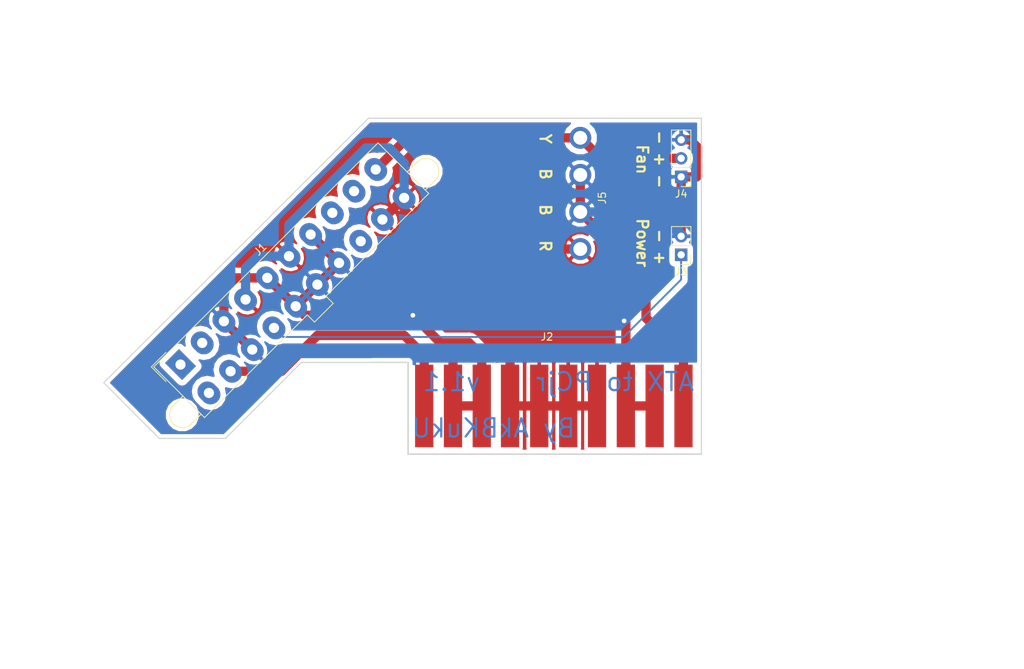
<source format=kicad_pcb>
(kicad_pcb (version 20171130) (host pcbnew 5.0.0-fee4fd1~65~ubuntu17.10.1)

  (general
    (thickness 1.6)
    (drawings 21)
    (tracks 79)
    (zones 0)
    (modules 5)
    (nets 12)
  )

  (page A4)
  (layers
    (0 F.Cu signal)
    (31 B.Cu signal)
    (32 B.Adhes user)
    (33 F.Adhes user)
    (34 B.Paste user)
    (35 F.Paste user)
    (36 B.SilkS user)
    (37 F.SilkS user)
    (38 B.Mask user)
    (39 F.Mask user)
    (40 Dwgs.User user)
    (41 Cmts.User user)
    (42 Eco1.User user)
    (43 Eco2.User user)
    (44 Edge.Cuts user)
    (45 Margin user)
    (46 B.CrtYd user)
    (47 F.CrtYd user)
    (48 B.Fab user)
    (49 F.Fab user)
  )

  (setup
    (last_trace_width 0.25)
    (trace_clearance 0.2)
    (zone_clearance 0.508)
    (zone_45_only no)
    (trace_min 0.2)
    (segment_width 0.2)
    (edge_width 0.15)
    (via_size 0.8)
    (via_drill 0.4)
    (via_min_size 0.4)
    (via_min_drill 0.3)
    (uvia_size 0.3)
    (uvia_drill 0.1)
    (uvias_allowed no)
    (uvia_min_size 0.2)
    (uvia_min_drill 0.1)
    (pcb_text_width 0.3)
    (pcb_text_size 1.5 1.5)
    (mod_edge_width 0.15)
    (mod_text_size 1 1)
    (mod_text_width 0.15)
    (pad_size 1.524 1.524)
    (pad_drill 0.762)
    (pad_to_mask_clearance 0.2)
    (aux_axis_origin 0 0)
    (visible_elements FFFFFF7F)
    (pcbplotparams
      (layerselection 0x010fc_ffffffff)
      (usegerberextensions false)
      (usegerberattributes false)
      (usegerberadvancedattributes false)
      (creategerberjobfile false)
      (excludeedgelayer true)
      (linewidth 0.100000)
      (plotframeref false)
      (viasonmask false)
      (mode 1)
      (useauxorigin false)
      (hpglpennumber 1)
      (hpglpenspeed 20)
      (hpglpendiameter 15.000000)
      (psnegative false)
      (psa4output false)
      (plotreference true)
      (plotvalue true)
      (plotinvisibletext false)
      (padsonsilk false)
      (subtractmaskfromsilk false)
      (outputformat 1)
      (mirror false)
      (drillshape 0)
      (scaleselection 1)
      (outputdirectory "svg/"))
  )

  (net 0 "")
  (net 1 "Net-(J1-Pad1)")
  (net 2 "Net-(J1-Pad2)")
  (net 3 /GND)
  (net 4 /+5V)
  (net 5 "Net-(J1-Pad8)")
  (net 6 "Net-(J1-Pad9)")
  (net 7 /+12V)
  (net 8 "Net-(J1-Pad11)")
  (net 9 /-12V)
  (net 10 /PS-ON)
  (net 11 "Net-(J1-Pad18)")

  (net_class Default "This is the default net class."
    (clearance 0.2)
    (trace_width 0.25)
    (via_dia 0.8)
    (via_drill 0.4)
    (uvia_dia 0.3)
    (uvia_drill 0.1)
    (add_net /PS-ON)
    (add_net "Net-(J1-Pad1)")
    (add_net "Net-(J1-Pad11)")
    (add_net "Net-(J1-Pad18)")
    (add_net "Net-(J1-Pad2)")
    (add_net "Net-(J1-Pad8)")
    (add_net "Net-(J1-Pad9)")
  )

  (net_class Power ""
    (clearance 0.762)
    (trace_width 1.27)
    (via_dia 1.016)
    (via_drill 0.635)
    (uvia_dia 0.3)
    (uvia_drill 0.1)
    (add_net /+12V)
    (add_net /+5V)
    (add_net /-12V)
    (add_net /GND)
  )

  (module Connector_Molex:Molex_Mini-Fit_Jr_5566-20A2_2x10_P4.20mm_Vertical (layer F.Cu) (tedit 5A15CC62) (tstamp 5B5CD0DC)
    (at 75.26167 83.990307 45)
    (descr "Molex Mini-Fit Jr. Power Connectors, old mpn/engineering number: 5566-20A2, example for new mpn: 39-28-920x, 10 Pins per row, Mounting: Snap-in Plastic Peg PCB Lock (http://www.molex.com/pdm_docs/sd/039289068_sd.pdf), generated with kicad-footprint-generator")
    (tags "connector Molex Mini-Fit_Jr side entryplastic_peg")
    (path /5B5B802C)
    (fp_text reference J1 (at 18.9 -3.45 45) (layer F.SilkS)
      (effects (font (size 1 1) (thickness 0.15)))
    )
    (fp_text value "ATX Connector" (at 18.9 9.95 45) (layer F.Fab)
      (effects (font (size 1 1) (thickness 0.15)))
    )
    (fp_arc (start -4.7 5.04) (end -4.7 6.54) (angle 180) (layer F.Fab) (width 0.1))
    (fp_arc (start 42.5 5.04) (end 42.5 3.54) (angle 180) (layer F.Fab) (width 0.1))
    (fp_arc (start -4.7 5.04) (end -4.7 6.8) (angle 180) (layer F.SilkS) (width 0.12))
    (fp_arc (start 42.5 5.04) (end 42.5 3.28) (angle 180) (layer F.SilkS) (width 0.12))
    (fp_line (start -4.7 3.54) (end -2.7 3.54) (layer F.Fab) (width 0.1))
    (fp_line (start -4.7 6.54) (end -2.7 6.54) (layer F.Fab) (width 0.1))
    (fp_line (start 42.5 3.54) (end 40.500001 3.54) (layer F.Fab) (width 0.1))
    (fp_line (start 42.5 6.54) (end 40.5 6.54) (layer F.Fab) (width 0.1))
    (fp_line (start -4.7 3.28) (end -2.81 3.28) (layer F.SilkS) (width 0.12))
    (fp_line (start -4.7 6.8) (end -2.81 6.8) (layer F.SilkS) (width 0.12))
    (fp_line (start 42.5 3.28) (end 40.61 3.28) (layer F.SilkS) (width 0.12))
    (fp_line (start 42.5 6.8) (end 40.609999 6.8) (layer F.SilkS) (width 0.12))
    (fp_line (start -2.7 -2.25) (end -2.7 7.35) (layer F.Fab) (width 0.1))
    (fp_line (start -2.7 7.35) (end 40.5 7.35) (layer F.Fab) (width 0.1))
    (fp_line (start 40.5 7.35) (end 40.5 -2.25) (layer F.Fab) (width 0.1))
    (fp_line (start 40.5 -2.25) (end -2.7 -2.25) (layer F.Fab) (width 0.1))
    (fp_line (start 17.2 7.35) (end 17.2 8.75) (layer F.Fab) (width 0.1))
    (fp_line (start 17.2 8.75) (end 20.6 8.75) (layer F.Fab) (width 0.1))
    (fp_line (start 20.6 8.75) (end 20.6 7.35) (layer F.Fab) (width 0.1))
    (fp_line (start -1.65 -1) (end -1.65 2.3) (layer F.Fab) (width 0.1))
    (fp_line (start -1.65 2.3) (end 1.65 2.3) (layer F.Fab) (width 0.1))
    (fp_line (start 1.65 2.3) (end 1.65 -1) (layer F.Fab) (width 0.1))
    (fp_line (start 1.65 -1) (end -1.65 -1) (layer F.Fab) (width 0.1))
    (fp_line (start -1.65 6.5) (end -1.65 4.025) (layer F.Fab) (width 0.1))
    (fp_line (start -1.65 4.025) (end -0.825 3.2) (layer F.Fab) (width 0.1))
    (fp_line (start -0.825 3.2) (end 0.825 3.2) (layer F.Fab) (width 0.1))
    (fp_line (start 0.825 3.2) (end 1.65 4.025) (layer F.Fab) (width 0.1))
    (fp_line (start 1.65 4.025) (end 1.65 6.5) (layer F.Fab) (width 0.1))
    (fp_line (start 1.65 6.5) (end -1.65 6.5) (layer F.Fab) (width 0.1))
    (fp_line (start 2.55 3.2) (end 2.55 6.5) (layer F.Fab) (width 0.1))
    (fp_line (start 2.55 6.5) (end 5.85 6.5) (layer F.Fab) (width 0.1))
    (fp_line (start 5.85 6.5) (end 5.85 3.2) (layer F.Fab) (width 0.1))
    (fp_line (start 5.85 3.2) (end 2.55 3.2) (layer F.Fab) (width 0.1))
    (fp_line (start 2.55 2.3) (end 2.55 -0.175) (layer F.Fab) (width 0.1))
    (fp_line (start 2.55 -0.175) (end 3.375 -1) (layer F.Fab) (width 0.1))
    (fp_line (start 3.375 -1) (end 5.025 -1) (layer F.Fab) (width 0.1))
    (fp_line (start 5.025 -1) (end 5.85 -0.175) (layer F.Fab) (width 0.1))
    (fp_line (start 5.85 -0.175) (end 5.85 2.3) (layer F.Fab) (width 0.1))
    (fp_line (start 5.85 2.3) (end 2.55 2.3) (layer F.Fab) (width 0.1))
    (fp_line (start 6.75 3.2) (end 6.75 6.5) (layer F.Fab) (width 0.1))
    (fp_line (start 6.75 6.5) (end 10.05 6.5) (layer F.Fab) (width 0.1))
    (fp_line (start 10.05 6.5) (end 10.05 3.2) (layer F.Fab) (width 0.1))
    (fp_line (start 10.05 3.2) (end 6.75 3.2) (layer F.Fab) (width 0.1))
    (fp_line (start 6.75 2.3) (end 6.75 -0.175) (layer F.Fab) (width 0.1))
    (fp_line (start 6.75 -0.175) (end 7.575 -1) (layer F.Fab) (width 0.1))
    (fp_line (start 7.575 -1) (end 9.225 -1) (layer F.Fab) (width 0.1))
    (fp_line (start 9.225 -1) (end 10.05 -0.175) (layer F.Fab) (width 0.1))
    (fp_line (start 10.05 -0.175) (end 10.05 2.3) (layer F.Fab) (width 0.1))
    (fp_line (start 10.05 2.3) (end 6.75 2.3) (layer F.Fab) (width 0.1))
    (fp_line (start 10.95 -1) (end 10.95 2.3) (layer F.Fab) (width 0.1))
    (fp_line (start 10.95 2.3) (end 14.25 2.3) (layer F.Fab) (width 0.1))
    (fp_line (start 14.25 2.3) (end 14.25 -1) (layer F.Fab) (width 0.1))
    (fp_line (start 14.25 -1) (end 10.95 -1) (layer F.Fab) (width 0.1))
    (fp_line (start 10.95 6.5) (end 10.95 4.025) (layer F.Fab) (width 0.1))
    (fp_line (start 10.95 4.025) (end 11.775 3.2) (layer F.Fab) (width 0.1))
    (fp_line (start 11.775 3.2) (end 13.425 3.2) (layer F.Fab) (width 0.1))
    (fp_line (start 13.425 3.2) (end 14.25 4.025) (layer F.Fab) (width 0.1))
    (fp_line (start 14.25 4.025) (end 14.250001 6.5) (layer F.Fab) (width 0.1))
    (fp_line (start 14.250001 6.5) (end 10.95 6.5) (layer F.Fab) (width 0.1))
    (fp_line (start 15.15 -1) (end 15.15 2.3) (layer F.Fab) (width 0.1))
    (fp_line (start 15.15 2.3) (end 18.450001 2.3) (layer F.Fab) (width 0.1))
    (fp_line (start 18.450001 2.3) (end 18.45 -1) (layer F.Fab) (width 0.1))
    (fp_line (start 18.45 -1) (end 15.15 -1) (layer F.Fab) (width 0.1))
    (fp_line (start 15.15 6.5) (end 15.15 4.025) (layer F.Fab) (width 0.1))
    (fp_line (start 15.15 4.025) (end 15.975 3.2) (layer F.Fab) (width 0.1))
    (fp_line (start 15.975 3.2) (end 17.625 3.2) (layer F.Fab) (width 0.1))
    (fp_line (start 17.625 3.2) (end 18.45 4.025) (layer F.Fab) (width 0.1))
    (fp_line (start 18.45 4.025) (end 18.45 6.5) (layer F.Fab) (width 0.1))
    (fp_line (start 18.45 6.5) (end 15.15 6.5) (layer F.Fab) (width 0.1))
    (fp_line (start 19.35 3.2) (end 19.35 6.5) (layer F.Fab) (width 0.1))
    (fp_line (start 19.35 6.5) (end 22.650001 6.5) (layer F.Fab) (width 0.1))
    (fp_line (start 22.650001 6.5) (end 22.65 3.2) (layer F.Fab) (width 0.1))
    (fp_line (start 22.65 3.2) (end 19.35 3.2) (layer F.Fab) (width 0.1))
    (fp_line (start 19.35 2.3) (end 19.35 -0.175) (layer F.Fab) (width 0.1))
    (fp_line (start 19.35 -0.175) (end 20.175 -1) (layer F.Fab) (width 0.1))
    (fp_line (start 20.175 -1) (end 21.825 -1) (layer F.Fab) (width 0.1))
    (fp_line (start 21.825 -1) (end 22.65 -0.175) (layer F.Fab) (width 0.1))
    (fp_line (start 22.65 -0.175) (end 22.65 2.3) (layer F.Fab) (width 0.1))
    (fp_line (start 22.65 2.3) (end 19.35 2.3) (layer F.Fab) (width 0.1))
    (fp_line (start 23.55 3.2) (end 23.55 6.5) (layer F.Fab) (width 0.1))
    (fp_line (start 23.55 6.5) (end 26.85 6.5) (layer F.Fab) (width 0.1))
    (fp_line (start 26.85 6.5) (end 26.85 3.2) (layer F.Fab) (width 0.1))
    (fp_line (start 26.85 3.2) (end 23.55 3.2) (layer F.Fab) (width 0.1))
    (fp_line (start 23.55 2.3) (end 23.55 -0.175) (layer F.Fab) (width 0.1))
    (fp_line (start 23.55 -0.175) (end 24.375 -1) (layer F.Fab) (width 0.1))
    (fp_line (start 24.375 -1) (end 26.025 -1) (layer F.Fab) (width 0.1))
    (fp_line (start 26.025 -1) (end 26.85 -0.175) (layer F.Fab) (width 0.1))
    (fp_line (start 26.85 -0.175) (end 26.85 2.300001) (layer F.Fab) (width 0.1))
    (fp_line (start 26.85 2.300001) (end 23.55 2.3) (layer F.Fab) (width 0.1))
    (fp_line (start 27.75 -1) (end 27.75 2.3) (layer F.Fab) (width 0.1))
    (fp_line (start 27.75 2.3) (end 31.05 2.3) (layer F.Fab) (width 0.1))
    (fp_line (start 31.05 2.3) (end 31.05 -1) (layer F.Fab) (width 0.1))
    (fp_line (start 31.05 -1) (end 27.75 -1) (layer F.Fab) (width 0.1))
    (fp_line (start 27.75 6.5) (end 27.75 4.025) (layer F.Fab) (width 0.1))
    (fp_line (start 27.75 4.025) (end 28.575 3.2) (layer F.Fab) (width 0.1))
    (fp_line (start 28.575 3.2) (end 30.225 3.2) (layer F.Fab) (width 0.1))
    (fp_line (start 30.225 3.2) (end 31.05 4.025) (layer F.Fab) (width 0.1))
    (fp_line (start 31.05 4.025) (end 31.05 6.500001) (layer F.Fab) (width 0.1))
    (fp_line (start 31.05 6.500001) (end 27.75 6.5) (layer F.Fab) (width 0.1))
    (fp_line (start 31.95 -1) (end 31.95 2.3) (layer F.Fab) (width 0.1))
    (fp_line (start 31.95 2.3) (end 35.25 2.300001) (layer F.Fab) (width 0.1))
    (fp_line (start 35.25 2.300001) (end 35.25 -1) (layer F.Fab) (width 0.1))
    (fp_line (start 35.25 -1) (end 31.95 -1) (layer F.Fab) (width 0.1))
    (fp_line (start 31.95 6.5) (end 31.95 4.025) (layer F.Fab) (width 0.1))
    (fp_line (start 31.95 4.025) (end 32.775 3.2) (layer F.Fab) (width 0.1))
    (fp_line (start 32.775 3.2) (end 34.425 3.2) (layer F.Fab) (width 0.1))
    (fp_line (start 34.425 3.2) (end 35.25 4.025) (layer F.Fab) (width 0.1))
    (fp_line (start 35.25 4.025) (end 35.25 6.5) (layer F.Fab) (width 0.1))
    (fp_line (start 35.25 6.5) (end 31.95 6.5) (layer F.Fab) (width 0.1))
    (fp_line (start 36.15 3.2) (end 36.15 6.5) (layer F.Fab) (width 0.1))
    (fp_line (start 36.15 6.5) (end 39.45 6.500001) (layer F.Fab) (width 0.1))
    (fp_line (start 39.45 6.500001) (end 39.45 3.2) (layer F.Fab) (width 0.1))
    (fp_line (start 39.45 3.2) (end 36.15 3.2) (layer F.Fab) (width 0.1))
    (fp_line (start 36.150001 2.3) (end 36.15 -0.175) (layer F.Fab) (width 0.1))
    (fp_line (start 36.15 -0.175) (end 36.975 -1) (layer F.Fab) (width 0.1))
    (fp_line (start 36.975 -1) (end 38.625 -1) (layer F.Fab) (width 0.1))
    (fp_line (start 38.625 -1) (end 39.45 -0.175) (layer F.Fab) (width 0.1))
    (fp_line (start 39.45 -0.175) (end 39.45 2.3) (layer F.Fab) (width 0.1))
    (fp_line (start 39.45 2.3) (end 36.150001 2.3) (layer F.Fab) (width 0.1))
    (fp_line (start 18.9 -2.36) (end -2.81 -2.36) (layer F.SilkS) (width 0.12))
    (fp_line (start -2.81 -2.36) (end -2.81 7.460001) (layer F.SilkS) (width 0.12))
    (fp_line (start -2.81 7.460001) (end 17.089999 7.46) (layer F.SilkS) (width 0.12))
    (fp_line (start 17.089999 7.46) (end 17.09 8.86) (layer F.SilkS) (width 0.12))
    (fp_line (start 17.09 8.86) (end 18.9 8.86) (layer F.SilkS) (width 0.12))
    (fp_line (start 18.9 -2.36) (end 40.609999 -2.36) (layer F.SilkS) (width 0.12))
    (fp_line (start 40.609999 -2.36) (end 40.61 7.46) (layer F.SilkS) (width 0.12))
    (fp_line (start 40.61 7.46) (end 20.71 7.46) (layer F.SilkS) (width 0.12))
    (fp_line (start 20.71 7.46) (end 20.71 8.860001) (layer F.SilkS) (width 0.12))
    (fp_line (start 20.71 8.860001) (end 18.9 8.86) (layer F.SilkS) (width 0.12))
    (fp_line (start -0.2 -2.6) (end -3.05 -2.6) (layer F.SilkS) (width 0.12))
    (fp_line (start -3.05 -2.6) (end -3.05 0.25) (layer F.SilkS) (width 0.12))
    (fp_line (start -0.2 -2.6) (end -3.05 -2.6) (layer F.Fab) (width 0.1))
    (fp_line (start -3.05 -2.6) (end -3.05 0.25) (layer F.Fab) (width 0.1))
    (fp_line (start -3.2 -2.75) (end -3.2 3.04) (layer F.CrtYd) (width 0.05))
    (fp_line (start -3.2 3.04) (end -6.7 3.04) (layer F.CrtYd) (width 0.05))
    (fp_line (start -6.7 3.04) (end -6.7 9.25) (layer F.CrtYd) (width 0.05))
    (fp_line (start -6.7 9.25) (end 44.5 9.25) (layer F.CrtYd) (width 0.05))
    (fp_line (start 44.5 9.25) (end 44.5 3.04) (layer F.CrtYd) (width 0.05))
    (fp_line (start 44.5 3.04) (end 41 3.040001) (layer F.CrtYd) (width 0.05))
    (fp_line (start 41 3.040001) (end 41 -2.75) (layer F.CrtYd) (width 0.05))
    (fp_line (start 41 -2.75) (end -3.2 -2.75) (layer F.CrtYd) (width 0.05))
    (fp_text user %R (at 18.9 -1.55 45) (layer F.Fab)
      (effects (font (size 1 1) (thickness 0.15)))
    )
    (pad 1 thru_hole rect (at 0 0 45) (size 2.7 3.3) (drill 1.4) (layers *.Cu *.Mask)
      (net 1 "Net-(J1-Pad1)"))
    (pad 2 thru_hole oval (at 4.199999 0 45) (size 2.7 3.3) (drill 1.4) (layers *.Cu *.Mask)
      (net 2 "Net-(J1-Pad2)"))
    (pad 3 thru_hole oval (at 8.4 0 45) (size 2.7 3.3) (drill 1.4) (layers *.Cu *.Mask)
      (net 3 /GND))
    (pad 4 thru_hole oval (at 12.599999 0 45) (size 2.7 3.3) (drill 1.4) (layers *.Cu *.Mask)
      (net 4 /+5V))
    (pad 5 thru_hole oval (at 16.8 0 45) (size 2.7 3.3) (drill 1.4) (layers *.Cu *.Mask)
      (net 3 /GND))
    (pad 6 thru_hole oval (at 20.999999 0 45) (size 2.7 3.3) (drill 1.4) (layers *.Cu *.Mask)
      (net 4 /+5V))
    (pad 7 thru_hole oval (at 25.2 0 45) (size 2.7 3.3) (drill 1.4) (layers *.Cu *.Mask)
      (net 3 /GND))
    (pad 8 thru_hole oval (at 29.399999 0 45) (size 2.7 3.3) (drill 1.4) (layers *.Cu *.Mask)
      (net 5 "Net-(J1-Pad8)"))
    (pad 9 thru_hole oval (at 33.6 0 45) (size 2.7 3.3) (drill 1.4) (layers *.Cu *.Mask)
      (net 6 "Net-(J1-Pad9)"))
    (pad 10 thru_hole oval (at 37.8 0 45) (size 2.7 3.3) (drill 1.4) (layers *.Cu *.Mask)
      (net 7 /+12V))
    (pad 11 thru_hole oval (at 0 5.5 45) (size 2.7 3.3) (drill 1.4) (layers *.Cu *.Mask)
      (net 8 "Net-(J1-Pad11)"))
    (pad 12 thru_hole oval (at 4.2 5.5 45) (size 2.7 3.3) (drill 1.4) (layers *.Cu *.Mask)
      (net 9 /-12V))
    (pad 13 thru_hole oval (at 8.4 5.5 45) (size 2.7 3.3) (drill 1.4) (layers *.Cu *.Mask)
      (net 3 /GND))
    (pad 14 thru_hole oval (at 12.6 5.5 45) (size 2.7 3.3) (drill 1.4) (layers *.Cu *.Mask)
      (net 10 /PS-ON))
    (pad 15 thru_hole oval (at 16.8 5.5 45) (size 2.7 3.3) (drill 1.4) (layers *.Cu *.Mask)
      (net 3 /GND))
    (pad 16 thru_hole oval (at 21 5.5 45) (size 2.7 3.3) (drill 1.4) (layers *.Cu *.Mask)
      (net 3 /GND))
    (pad 17 thru_hole oval (at 25.2 5.5 45) (size 2.7 3.3) (drill 1.4) (layers *.Cu *.Mask)
      (net 3 /GND))
    (pad 18 thru_hole oval (at 29.4 5.5 45) (size 2.7 3.3) (drill 1.4) (layers *.Cu *.Mask)
      (net 11 "Net-(J1-Pad18)"))
    (pad 19 thru_hole oval (at 33.6 5.5 45) (size 2.7 3.3) (drill 1.4) (layers *.Cu *.Mask)
      (net 4 /+5V))
    (pad 20 thru_hole oval (at 37.8 5.5 45) (size 2.7 3.3) (drill 1.4) (layers *.Cu *.Mask)
      (net 4 /+5V))
    (pad "" np_thru_hole circle (at -4.7 5.04 45) (size 3 3) (drill 3) (layers *.Cu *.Mask))
    (pad "" np_thru_hole circle (at 42.5 5.04 45) (size 3 3) (drill 3) (layers *.Cu *.Mask))
    (model ${KISYS3DMOD}/Connector_Molex.3dshapes/Molex_Mini-Fit_Jr_5566-20A2_2x10_P4.20mm_Vertical.wrl
      (at (xyz 0 0 0))
      (scale (xyz 1 1 1))
      (rotate (xyz 0 0 0))
    )
  )

  (module "ATX2PCjr:PCjr Power Board Card Edge" (layer F.Cu) (tedit 5B5B8AE1) (tstamp 5B5CB03C)
    (at 106.38 84)
    (path /5B5B9176)
    (fp_text reference J2 (at 19.05 -3.81) (layer F.SilkS)
      (effects (font (size 1 1) (thickness 0.15)))
    )
    (fp_text value "PCjr Card Edge" (at 20.32 13.97) (layer F.Fab)
      (effects (font (size 1 1) (thickness 0.15)))
    )
    (fp_line (start 0 0) (end 0 12.32) (layer F.Fab) (width 0.15))
    (fp_line (start 0 12.32) (end 40.2 12.32) (layer F.Fab) (width 0.15))
    (fp_line (start 40.2 12.16) (end 40.2 0) (layer F.Fab) (width 0.15))
    (fp_line (start 40.2 0) (end 0 0) (layer F.Fab) (width 0.15))
    (pad 1 smd rect (at 2.25 5.66) (size 2.5 11.32) (layers F.Cu F.Paste F.Mask)
      (net 9 /-12V))
    (pad 2 smd rect (at 6.19 5.66) (size 2.5 11.32) (layers F.Cu F.Paste F.Mask)
      (net 3 /GND))
    (pad 3 smd rect (at 10.13 5.66) (size 2.5 11.32) (layers F.Cu F.Paste F.Mask)
      (net 3 /GND))
    (pad 4 smd rect (at 14 5.66) (size 2.5 11.32) (layers F.Cu F.Paste F.Mask)
      (net 4 /+5V))
    (pad 5 smd rect (at 18 5.66) (size 2.5 11.32) (layers F.Cu F.Paste F.Mask)
      (net 4 /+5V))
    (pad 6 smd rect (at 21.97 5.66) (size 2.5 11.32) (layers F.Cu F.Paste F.Mask)
      (net 4 /+5V))
    (pad 7 smd rect (at 25.91 5.66) (size 2.5 11.32) (layers F.Cu F.Paste F.Mask)
      (net 4 /+5V))
    (pad 8 smd rect (at 29.86 5.66) (size 2.5 11.32) (layers F.Cu F.Paste F.Mask)
      (net 3 /GND))
    (pad 9 smd rect (at 33.8 5.66) (size 2.5 11.32) (layers F.Cu F.Paste F.Mask)
      (net 3 /GND))
    (pad 10 smd rect (at 37.75 5.66) (size 2.5 11.32) (layers F.Cu F.Paste F.Mask)
      (net 7 /+12V))
  )

  (module Connector_PinHeader_2.54mm:PinHeader_1x02_P2.54mm_Vertical (layer F.Cu) (tedit 59FED5CC) (tstamp 5B5CD008)
    (at 143.81 68.95 180)
    (descr "Through hole straight pin header, 1x02, 2.54mm pitch, single row")
    (tags "Through hole pin header THT 1x02 2.54mm single row")
    (path /5B5BB65E)
    (fp_text reference J3 (at 0 -2.33 180) (layer F.SilkS)
      (effects (font (size 1 1) (thickness 0.15)))
    )
    (fp_text value "Power Switch Header" (at 0 4.87 180) (layer F.Fab)
      (effects (font (size 1 1) (thickness 0.15)))
    )
    (fp_line (start -0.635 -1.27) (end 1.27 -1.27) (layer F.Fab) (width 0.1))
    (fp_line (start 1.27 -1.27) (end 1.27 3.81) (layer F.Fab) (width 0.1))
    (fp_line (start 1.27 3.81) (end -1.27 3.81) (layer F.Fab) (width 0.1))
    (fp_line (start -1.27 3.81) (end -1.27 -0.635) (layer F.Fab) (width 0.1))
    (fp_line (start -1.27 -0.635) (end -0.635 -1.27) (layer F.Fab) (width 0.1))
    (fp_line (start -1.33 3.87) (end 1.33 3.87) (layer F.SilkS) (width 0.12))
    (fp_line (start -1.33 1.27) (end -1.33 3.87) (layer F.SilkS) (width 0.12))
    (fp_line (start 1.33 1.27) (end 1.33 3.87) (layer F.SilkS) (width 0.12))
    (fp_line (start -1.33 1.27) (end 1.33 1.27) (layer F.SilkS) (width 0.12))
    (fp_line (start -1.33 0) (end -1.33 -1.33) (layer F.SilkS) (width 0.12))
    (fp_line (start -1.33 -1.33) (end 0 -1.33) (layer F.SilkS) (width 0.12))
    (fp_line (start -1.8 -1.8) (end -1.8 4.35) (layer F.CrtYd) (width 0.05))
    (fp_line (start -1.8 4.35) (end 1.8 4.35) (layer F.CrtYd) (width 0.05))
    (fp_line (start 1.8 4.35) (end 1.8 -1.8) (layer F.CrtYd) (width 0.05))
    (fp_line (start 1.8 -1.8) (end -1.8 -1.8) (layer F.CrtYd) (width 0.05))
    (fp_text user %R (at 0 1.27 270) (layer F.Fab)
      (effects (font (size 1 1) (thickness 0.15)))
    )
    (pad 1 thru_hole rect (at 0 0 180) (size 1.7 1.7) (drill 1) (layers *.Cu *.Mask)
      (net 10 /PS-ON))
    (pad 2 thru_hole oval (at 0 2.54 180) (size 1.7 1.7) (drill 1) (layers *.Cu *.Mask)
      (net 3 /GND))
    (model ${KISYS3DMOD}/Connector_PinHeader_2.54mm.3dshapes/PinHeader_1x02_P2.54mm_Vertical.wrl
      (at (xyz 0 0 0))
      (scale (xyz 1 1 1))
      (rotate (xyz 0 0 0))
    )
  )

  (module Connector_PinHeader_2.54mm:PinHeader_1x03_P2.54mm_Vertical (layer F.Cu) (tedit 5B6FA931) (tstamp 5B5CCFC7)
    (at 143.81 58.27 180)
    (descr "Through hole straight pin header, 1x03, 2.54mm pitch, single row")
    (tags "Through hole pin header THT 1x03 2.54mm single row")
    (path /5B5BB52D)
    (fp_text reference J4 (at 0 -2.33 180) (layer F.SilkS)
      (effects (font (size 1 1) (thickness 0.15)))
    )
    (fp_text value "Fan Header" (at 0 7.41 180) (layer F.Fab)
      (effects (font (size 1 1) (thickness 0.15)))
    )
    (fp_line (start -0.635 -1.27) (end 1.27 -1.27) (layer F.Fab) (width 0.1))
    (fp_line (start 1.27 -1.27) (end 1.27 6.35) (layer F.Fab) (width 0.1))
    (fp_line (start 1.27 6.35) (end -1.27 6.35) (layer F.Fab) (width 0.1))
    (fp_line (start -1.27 6.35) (end -1.27 -0.635) (layer F.Fab) (width 0.1))
    (fp_line (start -1.27 -0.635) (end -0.635 -1.27) (layer F.Fab) (width 0.1))
    (fp_line (start -1.33 6.41) (end 1.33 6.41) (layer F.SilkS) (width 0.12))
    (fp_line (start -1.33 1.27) (end -1.33 6.41) (layer F.SilkS) (width 0.12))
    (fp_line (start 1.33 1.27) (end 1.33 6.41) (layer F.SilkS) (width 0.12))
    (fp_line (start -1.33 1.27) (end 1.33 1.27) (layer F.SilkS) (width 0.12))
    (fp_line (start -1.33 0) (end -1.33 -1.33) (layer F.SilkS) (width 0.12))
    (fp_line (start -1.33 -1.33) (end 0 -1.33) (layer F.SilkS) (width 0.12))
    (fp_line (start -1.8 -1.8) (end -1.8 6.85) (layer F.CrtYd) (width 0.05))
    (fp_line (start -1.8 6.85) (end 1.8 6.85) (layer F.CrtYd) (width 0.05))
    (fp_line (start 1.8 6.85) (end 1.8 -1.8) (layer F.CrtYd) (width 0.05))
    (fp_line (start 1.8 -1.8) (end -1.8 -1.8) (layer F.CrtYd) (width 0.05))
    (fp_text user %R (at 0 2.54 270) (layer F.Fab)
      (effects (font (size 1 1) (thickness 0.15)))
    )
    (pad 1 thru_hole rect (at 0 0 180) (size 1.7 1.7) (drill 1) (layers *.Cu *.Mask)
      (net 3 /GND))
    (pad 2 thru_hole oval (at 0 2.54 180) (size 1.7 1.7) (drill 1) (layers *.Cu *.Mask)
      (net 7 /+12V))
    (pad 3 thru_hole oval (at 0 5.08 180) (size 1.7 1.7) (drill 1) (layers *.Cu *.Mask)
      (net 3 /GND))
    (model ${KISYS3DMOD}/Connector_PinHeader_2.54mm.3dshapes/PinHeader_1x03_P2.54mm_Vertical.wrl
      (at (xyz 0 0 0))
      (scale (xyz 1 1 1))
      (rotate (xyz 0 0 0))
    )
  )

  (module "ATX2PCjr:Mate-N-Lok Vertical" (layer F.Cu) (tedit 5B6FAB2A) (tstamp 5B704D9A)
    (at 130 60.16 90)
    (path /5B6FB298)
    (fp_text reference J5 (at -1 3 90) (layer F.SilkS)
      (effects (font (size 1 1) (thickness 0.15)))
    )
    (fp_text value "Floppy Power" (at 0 -3 90) (layer F.Fab)
      (effects (font (size 1 1) (thickness 0.15)))
    )
    (pad 1 thru_hole circle (at -8 0 90) (size 3 3) (drill 1.9) (layers *.Cu *.Mask)
      (net 4 /+5V))
    (pad 2 thru_hole circle (at -2.92 0 90) (size 3 3) (drill 1.9) (layers *.Cu *.Mask)
      (net 3 /GND))
    (pad 3 thru_hole circle (at 2.16 0 90) (size 3 3) (drill 1.9) (layers *.Cu *.Mask)
      (net 3 /GND))
    (pad 4 thru_hole circle (at 7.24 0 90) (size 3 3) (drill 1.9) (layers *.Cu *.Mask)
      (net 7 /+12V))
  )

  (gr_text "Y   B   B   R" (at 125.222 60.452 270) (layer F.SilkS)
    (effects (font (size 1.5 1.5) (thickness 0.3)))
  )
  (gr_poly (pts (xy 105.41 84.074) (xy 149.098 84.074) (xy 149.606 102.362) (xy 99.822 104.394)) (layer B.Mask) (width 0.15))
  (gr_line (start 146.59 50.24) (end 101.01 50.24) (layer Edge.Cuts) (width 0.15))
  (gr_line (start 146.58 84.01) (end 146.58 50.23) (layer Edge.Cuts) (width 0.15))
  (gr_line (start 146.58 84.01) (end 146.58 96.28) (layer Edge.Cuts) (width 0.15))
  (gr_line (start 64.75 86.48) (end 101.01 50.22) (layer Edge.Cuts) (width 0.15))
  (gr_line (start 72.36 94.11) (end 64.75 86.48) (layer Edge.Cuts) (width 0.15))
  (gr_line (start 81.41 94.11) (end 72.36 94.11) (layer Edge.Cuts) (width 0.15))
  (gr_line (start 91.82 83.7) (end 81.41 94.11) (layer Edge.Cuts) (width 0.15))
  (gr_line (start 101.6 83.7) (end 91.82 83.7) (layer Edge.Cuts) (width 0.15))
  (gr_text "Connector Clearance\n" (at 106 101) (layer Dwgs.User)
    (effects (font (size 1.5 1.5) (thickness 0.3)))
  )
  (gr_line (start 95 99) (end 95 84) (layer Dwgs.User) (width 0.2))
  (gr_line (start 105 99) (end 95 99) (layer Dwgs.User) (width 0.2))
  (gr_line (start 147 99) (end 105 99) (layer Dwgs.User) (width 0.2))
  (gr_text " - +\nPower" (at 139.7 67.31 270) (layer F.SilkS)
    (effects (font (size 1.5 1.5) (thickness 0.3)))
  )
  (gr_text "- + -\nFan" (at 139.7 55.88 270) (layer F.SilkS)
    (effects (font (size 1.5 1.5) (thickness 0.3)))
  )
  (gr_text "By AkBKukU" (at 118.11 92.71) (layer B.Cu) (tstamp 5B5D0DE4)
    (effects (font (size 2.5 2.5) (thickness 0.3)) (justify mirror))
  )
  (gr_text "ATX to PCjr    v1.1" (at 127 86.36) (layer B.Cu) (tstamp 5B5D124A)
    (effects (font (size 2.5 2.5) (thickness 0.3)) (justify mirror))
  )
  (gr_line (start 106.426 96.266) (end 146.558 96.266) (layer Edge.Cuts) (width 0.2))
  (gr_line (start 106.426 83.693) (end 106.426 96.266) (layer Edge.Cuts) (width 0.2))
  (gr_line (start 101.59833 83.693) (end 106.426 83.693) (layer Edge.Cuts) (width 0.2))

  (segment (start 81.201367 78.05061) (end 85.090454 81.939697) (width 1.27) (layer F.Cu) (net 3))
  (segment (start 87.141064 72.110913) (end 91.030151 76) (width 1.27) (layer F.Cu) (net 3))
  (segment (start 91.030152 76) (end 94 73.030152) (width 1.27) (layer F.Cu) (net 3))
  (segment (start 91.030151 76) (end 91.030152 76) (width 1.27) (layer F.Cu) (net 3))
  (segment (start 94 73.030151) (end 96.969848 70.060303) (width 1.27) (layer F.Cu) (net 3))
  (segment (start 94 73.030152) (end 94 73.030151) (width 1.27) (layer F.Cu) (net 3))
  (segment (start 96.969848 70.060303) (end 93.080761 66.171216) (width 1.27) (layer F.Cu) (net 3))
  (segment (start 85.500727 72.110913) (end 87.141064 72.110913) (width 1.27) (layer F.Cu) (net 3))
  (segment (start 82.83194 72.110913) (end 85.500727 72.110913) (width 1.27) (layer F.Cu) (net 3))
  (segment (start 81.201367 73.741486) (end 82.83194 72.110913) (width 1.27) (layer F.Cu) (net 3))
  (segment (start 81.201367 78.05061) (end 81.201367 73.741486) (width 1.27) (layer F.Cu) (net 3))
  (segment (start 112.57 82.73) (end 112.57 89.66) (width 1.27) (layer F.Cu) (net 3))
  (segment (start 92.267587 77.237436) (end 107.077436 77.237436) (width 1.27) (layer F.Cu) (net 3))
  (segment (start 91.030151 76) (end 92.267587 77.237436) (width 1.27) (layer F.Cu) (net 3))
  (segment (start 116.51 82.73) (end 114.78 81) (width 1.27) (layer F.Cu) (net 3))
  (segment (start 114.78 81) (end 110.84 81) (width 1.27) (layer F.Cu) (net 3))
  (segment (start 116.51 89.66) (end 116.51 82.73) (width 1.27) (layer F.Cu) (net 3))
  (segment (start 107.077436 77.237436) (end 110.84 81) (width 1.27) (layer F.Cu) (net 3))
  (segment (start 110.84 81) (end 112.57 82.73) (width 1.27) (layer F.Cu) (net 3))
  (segment (start 112.57 89.66) (end 116.51 89.66) (width 1.27) (layer F.Cu) (net 3))
  (segment (start 136.24 89.66) (end 140.18 89.66) (width 1.27) (layer F.Cu) (net 3))
  (segment (start 136.24 89.66) (end 136.24 78.24) (width 1.27) (layer F.Cu) (net 3))
  (via (at 136 78) (size 1.016) (drill 0.635) (layers F.Cu B.Cu) (net 3))
  (segment (start 136 78) (end 135 77) (width 1.27) (layer B.Cu) (net 3))
  (via (at 107.077436 77.237436) (size 1.016) (drill 0.635) (layers F.Cu B.Cu) (net 3))
  (segment (start 135 77) (end 107.314872 77) (width 1.27) (layer B.Cu) (net 3))
  (segment (start 107.314872 77) (end 107.077436 77.237436) (width 1.27) (layer B.Cu) (net 3))
  (segment (start 143.81 66.41) (end 143.81 58.27) (width 1.27) (layer F.Cu) (net 3))
  (segment (start 145.012081 53.19) (end 143.81 53.19) (width 1.27) (layer F.Cu) (net 3))
  (segment (start 146.057001 54.23492) (end 145.012081 53.19) (width 1.27) (layer F.Cu) (net 3))
  (segment (start 146.057001 58.142999) (end 146.057001 54.23492) (width 1.27) (layer F.Cu) (net 3))
  (segment (start 145.93 58.27) (end 146.057001 58.142999) (width 1.27) (layer F.Cu) (net 3))
  (segment (start 143.81 58.27) (end 145.93 58.27) (width 1.27) (layer F.Cu) (net 3))
  (segment (start 130 58) (end 130 63.08) (width 1.27) (layer F.Cu) (net 3))
  (segment (start 136 78) (end 136.24 78.24) (width 1.27) (layer F.Cu) (net 3))
  (segment (start 136 69.08) (end 136 78) (width 1.27) (layer F.Cu) (net 3))
  (segment (start 130 63.08) (end 136 69.08) (width 1.27) (layer F.Cu) (net 3))
  (segment (start 140.48 63.08) (end 130 63.08) (width 1.27) (layer B.Cu) (net 3))
  (segment (start 143.81 66.41) (end 140.48 63.08) (width 1.27) (layer B.Cu) (net 3))
  (segment (start 102.909546 64.120606) (end 105.879394 61.150758) (width 1.27) (layer F.Cu) (net 4))
  (segment (start 102.909545 64.120606) (end 102.909546 64.120606) (width 1.27) (layer F.Cu) (net 4))
  (segment (start 120.38 82.73) (end 120.38 89.66) (width 1.27) (layer F.Cu) (net 4))
  (segment (start 120.38 77.291701) (end 120.38 82.73) (width 1.27) (layer F.Cu) (net 4))
  (segment (start 105.879394 61.150758) (end 105.879394 62.791095) (width 1.27) (layer F.Cu) (net 4))
  (segment (start 120.38 89.66) (end 124.38 89.66) (width 1.27) (layer F.Cu) (net 4))
  (segment (start 124.38 89.66) (end 128.35 89.66) (width 1.27) (layer F.Cu) (net 4))
  (segment (start 128.35 89.66) (end 132.29 89.66) (width 1.27) (layer F.Cu) (net 4))
  (segment (start 111.248299 68.16) (end 110.088299 67) (width 1.27) (layer F.Cu) (net 4))
  (segment (start 130 68.16) (end 111.248299 68.16) (width 1.27) (layer F.Cu) (net 4))
  (segment (start 105.879394 62.791095) (end 110.088299 67) (width 1.27) (layer F.Cu) (net 4))
  (segment (start 110.088299 67) (end 120.38 77.291701) (width 1.27) (layer F.Cu) (net 4))
  (segment (start 85.801788 69.141065) (end 88.470575 69.141065) (width 1.27) (layer B.Cu) (net 4))
  (segment (start 84.171215 70.771638) (end 85.801788 69.141065) (width 1.27) (layer B.Cu) (net 4))
  (segment (start 88.470575 69.141065) (end 90.110912 69.141065) (width 1.27) (layer B.Cu) (net 4))
  (segment (start 84.171215 75.080762) (end 84.171215 70.771638) (width 1.27) (layer B.Cu) (net 4))
  (segment (start 105.879394 56.349394) (end 105.879394 59.510421) (width 1.27) (layer B.Cu) (net 4))
  (segment (start 105.879394 59.510421) (end 105.879394 61.150758) (width 1.27) (layer B.Cu) (net 4))
  (segment (start 100.635187 54.307666) (end 103.837666 54.307666) (width 1.27) (layer B.Cu) (net 4))
  (segment (start 103.837666 54.307666) (end 105.879394 56.349394) (width 1.27) (layer B.Cu) (net 4))
  (segment (start 90.110912 64.831941) (end 100.635187 54.307666) (width 1.27) (layer B.Cu) (net 4))
  (segment (start 90.110912 69.141065) (end 90.110912 64.831941) (width 1.27) (layer B.Cu) (net 4))
  (segment (start 106.331977 52.92) (end 130 52.92) (width 1.27) (layer F.Cu) (net 7))
  (segment (start 101.990306 57.261671) (end 106.331977 52.92) (width 1.27) (layer F.Cu) (net 7))
  (segment (start 130 52.92) (end 132.81 55.73) (width 1.27) (layer F.Cu) (net 7))
  (segment (start 139 77.6) (end 139 55.73) (width 1.27) (layer F.Cu) (net 7))
  (segment (start 144.13 82.73) (end 139 77.6) (width 1.27) (layer F.Cu) (net 7))
  (segment (start 144.13 89.66) (end 144.13 82.73) (width 1.27) (layer F.Cu) (net 7))
  (segment (start 132.81 55.73) (end 139 55.73) (width 1.27) (layer F.Cu) (net 7))
  (segment (start 139 55.73) (end 143.81 55.73) (width 1.27) (layer F.Cu) (net 7))
  (segment (start 82.120606 84.909546) (end 89.090454 84.909546) (width 1.27) (layer F.Cu) (net 9))
  (segment (start 89.090454 84.909546) (end 94 80) (width 1.27) (layer F.Cu) (net 9))
  (segment (start 108.63 82.73) (end 108.63 89.66) (width 1.27) (layer F.Cu) (net 9))
  (segment (start 105.9 80) (end 108.63 82.73) (width 1.27) (layer F.Cu) (net 9))
  (segment (start 94 80) (end 105.9 80) (width 1.27) (layer F.Cu) (net 9))
  (segment (start 143.81 70.05) (end 143.81 68.95) (width 0.25) (layer B.Cu) (net 10))
  (segment (start 143.81 72.342446) (end 143.81 70.05) (width 0.25) (layer B.Cu) (net 10))
  (segment (start 89.297739 80.207285) (end 135.945161 80.207285) (width 0.25) (layer B.Cu) (net 10))
  (segment (start 135.945161 80.207285) (end 143.81 72.342446) (width 0.25) (layer B.Cu) (net 10))
  (segment (start 88.060303 78.969849) (end 89.297739 80.207285) (width 0.25) (layer B.Cu) (net 10))

  (zone (net 4) (net_name /+5V) (layer F.Cu) (tstamp 5B705375) (hatch edge 0.508)
    (connect_pads (clearance 0.508))
    (min_thickness 0.254)
    (fill yes (arc_segments 16) (thermal_gap 0.508) (thermal_bridge_width 0.508))
    (polygon
      (pts
        (xy 153.162 38.1) (xy 89.662 34.29) (xy 54.102 94.742) (xy 130.556 125.73) (xy 190.754 76.708)
        (xy 185.928 43.434)
      )
    )
    (filled_polygon
      (pts
        (xy 128.64674 54.945296) (xy 129.524798 55.309) (xy 130.233739 55.309) (xy 130.578544 55.653806) (xy 130.475202 55.611)
        (xy 129.524798 55.611) (xy 128.64674 55.974704) (xy 127.974704 56.64674) (xy 127.611 57.524798) (xy 127.611 58.475202)
        (xy 127.974704 59.35326) (xy 128.476 59.854556) (xy 128.476001 61.225443) (xy 127.974704 61.72674) (xy 127.611 62.604798)
        (xy 127.611 63.555202) (xy 127.974704 64.43326) (xy 128.64674 65.105296) (xy 129.524798 65.469) (xy 130.233739 65.469)
        (xy 131.038755 66.274016) (xy 130.383813 66.017277) (xy 129.534613 66.033503) (xy 128.825418 66.327261) (xy 128.665635 66.64603)
        (xy 130 67.980395) (xy 130.014143 67.966253) (xy 130.193748 68.145858) (xy 130.179605 68.16) (xy 131.51397 69.494365)
        (xy 131.832739 69.334582) (xy 132.142723 68.543813) (xy 132.126497 67.694613) (xy 131.891134 67.126395) (xy 134.476 69.711262)
        (xy 134.476001 77.849904) (xy 134.446145 78) (xy 134.476001 78.150097) (xy 134.501419 78.277881) (xy 134.564425 78.594635)
        (xy 134.716001 78.821485) (xy 134.716001 83.148086) (xy 134.64313 83.162581) (xy 134.349067 83.359067) (xy 134.152581 83.65313)
        (xy 134.130215 83.76557) (xy 134.078327 83.640301) (xy 133.899698 83.461673) (xy 133.666309 83.365) (xy 132.57575 83.365)
        (xy 132.417 83.52375) (xy 132.417 89.533) (xy 132.437 89.533) (xy 132.437 89.787) (xy 132.417 89.787)
        (xy 132.417 89.807) (xy 132.163 89.807) (xy 132.163 89.787) (xy 130.56375 89.787) (xy 130.405 89.94575)
        (xy 130.405 95.44631) (xy 130.44008 95.531) (xy 130.19992 95.531) (xy 130.235 95.44631) (xy 130.235 89.94575)
        (xy 130.07625 89.787) (xy 128.477 89.787) (xy 128.477 89.807) (xy 128.223 89.807) (xy 128.223 89.787)
        (xy 126.62375 89.787) (xy 126.465 89.94575) (xy 126.465 95.44631) (xy 126.50008 95.531) (xy 126.22992 95.531)
        (xy 126.265 95.44631) (xy 126.265 89.94575) (xy 126.10625 89.787) (xy 124.507 89.787) (xy 124.507 89.807)
        (xy 124.253 89.807) (xy 124.253 89.787) (xy 122.65375 89.787) (xy 122.495 89.94575) (xy 122.495 95.44631)
        (xy 122.53008 95.531) (xy 122.22992 95.531) (xy 122.265 95.44631) (xy 122.265 89.94575) (xy 122.10625 89.787)
        (xy 120.507 89.787) (xy 120.507 89.807) (xy 120.253 89.807) (xy 120.253 89.787) (xy 120.233 89.787)
        (xy 120.233 89.533) (xy 120.253 89.533) (xy 120.253 83.52375) (xy 120.507 83.52375) (xy 120.507 89.533)
        (xy 122.10625 89.533) (xy 122.265 89.37425) (xy 122.265 83.87369) (xy 122.495 83.87369) (xy 122.495 89.37425)
        (xy 122.65375 89.533) (xy 124.253 89.533) (xy 124.253 83.52375) (xy 124.507 83.52375) (xy 124.507 89.533)
        (xy 126.10625 89.533) (xy 126.265 89.37425) (xy 126.265 83.87369) (xy 126.465 83.87369) (xy 126.465 89.37425)
        (xy 126.62375 89.533) (xy 128.223 89.533) (xy 128.223 83.52375) (xy 128.477 83.52375) (xy 128.477 89.533)
        (xy 130.07625 89.533) (xy 130.235 89.37425) (xy 130.235 83.87369) (xy 130.405 83.87369) (xy 130.405 89.37425)
        (xy 130.56375 89.533) (xy 132.163 89.533) (xy 132.163 83.52375) (xy 132.00425 83.365) (xy 130.913691 83.365)
        (xy 130.680302 83.461673) (xy 130.501673 83.640301) (xy 130.405 83.87369) (xy 130.235 83.87369) (xy 130.138327 83.640301)
        (xy 129.959698 83.461673) (xy 129.726309 83.365) (xy 128.63575 83.365) (xy 128.477 83.52375) (xy 128.223 83.52375)
        (xy 128.06425 83.365) (xy 126.973691 83.365) (xy 126.740302 83.461673) (xy 126.561673 83.640301) (xy 126.465 83.87369)
        (xy 126.265 83.87369) (xy 126.168327 83.640301) (xy 125.989698 83.461673) (xy 125.756309 83.365) (xy 124.66575 83.365)
        (xy 124.507 83.52375) (xy 124.253 83.52375) (xy 124.09425 83.365) (xy 123.003691 83.365) (xy 122.770302 83.461673)
        (xy 122.591673 83.640301) (xy 122.495 83.87369) (xy 122.265 83.87369) (xy 122.168327 83.640301) (xy 121.989698 83.461673)
        (xy 121.756309 83.365) (xy 120.66575 83.365) (xy 120.507 83.52375) (xy 120.253 83.52375) (xy 120.09425 83.365)
        (xy 119.003691 83.365) (xy 118.770302 83.461673) (xy 118.591673 83.640301) (xy 118.590592 83.642912) (xy 118.400933 83.359067)
        (xy 118.10687 83.162581) (xy 118.034 83.148086) (xy 118.034 82.880091) (xy 118.063855 82.729999) (xy 118.034 82.579907)
        (xy 118.034 82.579903) (xy 117.945576 82.135365) (xy 117.814835 81.939697) (xy 117.693765 81.758503) (xy 117.693764 81.758502)
        (xy 117.608742 81.631258) (xy 117.481498 81.546236) (xy 115.963765 80.028504) (xy 115.878742 79.901258) (xy 115.374635 79.564424)
        (xy 114.930097 79.476) (xy 114.930092 79.476) (xy 114.78 79.446145) (xy 114.629908 79.476) (xy 111.471262 79.476)
        (xy 108.261201 76.26594) (xy 108.176178 76.138694) (xy 107.672071 75.80186) (xy 107.227533 75.713436) (xy 107.227528 75.713436)
        (xy 107.077436 75.683581) (xy 106.927344 75.713436) (xy 93.471977 75.713436) (xy 93.751826 75.433587) (xy 94.212132 75.525148)
        (xy 95.085746 75.351375) (xy 95.82636 74.856512) (xy 96.321223 74.115898) (xy 96.494996 73.242284) (xy 96.403435 72.781977)
        (xy 96.721674 72.463738) (xy 97.18198 72.555299) (xy 98.055594 72.381526) (xy 98.796208 71.886663) (xy 99.291071 71.146049)
        (xy 99.464844 70.272435) (xy 99.345802 69.67397) (xy 128.665635 69.67397) (xy 128.825418 69.992739) (xy 129.616187 70.302723)
        (xy 130.465387 70.286497) (xy 131.174582 69.992739) (xy 131.334365 69.67397) (xy 130 68.339605) (xy 128.665635 69.67397)
        (xy 99.345802 69.67397) (xy 99.294263 69.41487) (xy 100.151829 69.585451) (xy 101.025443 69.411678) (xy 101.766057 68.916815)
        (xy 102.26092 68.176201) (xy 102.340487 67.776187) (xy 127.857277 67.776187) (xy 127.873503 68.625387) (xy 128.167261 69.334582)
        (xy 128.48603 69.494365) (xy 129.820395 68.16) (xy 128.48603 66.825635) (xy 128.167261 66.985418) (xy 127.857277 67.776187)
        (xy 102.340487 67.776187) (xy 102.434693 67.302587) (xy 102.26092 66.428973) (xy 101.890971 65.875306) (xy 101.888572 65.872907)
        (xy 102.479383 66.215239) (xy 103.248677 66.317737) (xy 103.998636 66.118038) (xy 104.183295 66.009995) (xy 104.320102 65.710768)
        (xy 102.909545 64.300211) (xy 102.895403 64.314354) (xy 102.715797 64.134748) (xy 102.72994 64.120606) (xy 103.08915 64.120606)
        (xy 104.499707 65.531163) (xy 104.798934 65.394356) (xy 104.906977 65.209697) (xy 105.106676 64.459738) (xy 105.004178 63.690444)
        (xy 104.615087 63.018934) (xy 104.402955 62.806802) (xy 103.08915 64.120606) (xy 102.72994 64.120606) (xy 101.319383 62.710049)
        (xy 101.020156 62.846856) (xy 100.912113 63.031515) (xy 100.712414 63.781474) (xy 100.814912 64.550768) (xy 101.157244 65.141579)
        (xy 101.154846 65.139181) (xy 100.601179 64.769233) (xy 99.727565 64.595459) (xy 98.853951 64.769233) (xy 98.113337 65.264095)
        (xy 97.618475 66.004709) (xy 97.444701 66.878323) (xy 97.615283 67.735889) (xy 96.757716 67.565307) (xy 96.651284 67.586478)
        (xy 95.554586 66.48978) (xy 95.575757 66.383348) (xy 95.405176 65.525783) (xy 96.262741 65.696364) (xy 97.136355 65.522591)
        (xy 97.876969 65.027728) (xy 98.371832 64.287114) (xy 98.545605 63.4135) (xy 98.375024 62.555934) (xy 99.23259 62.726515)
        (xy 100.106204 62.552742) (xy 100.139575 62.530444) (xy 101.498988 62.530444) (xy 102.909545 63.941001) (xy 104.206377 62.644168)
        (xy 104.56559 62.644168) (xy 104.777722 62.8563) (xy 105.449232 63.245391) (xy 106.218526 63.347889) (xy 106.968485 63.14819)
        (xy 107.153144 63.040147) (xy 107.289951 62.74092) (xy 105.879394 61.330363) (xy 104.56559 62.644168) (xy 104.206377 62.644168)
        (xy 104.223349 62.627196) (xy 104.011217 62.415064) (xy 103.339707 62.025973) (xy 102.570413 61.923475) (xy 101.820454 62.123174)
        (xy 101.635795 62.231217) (xy 101.498988 62.530444) (xy 100.139575 62.530444) (xy 100.846818 62.057879) (xy 101.341681 61.317265)
        (xy 101.442259 60.811626) (xy 103.682263 60.811626) (xy 103.784761 61.58092) (xy 104.173852 62.25243) (xy 104.385984 62.464562)
        (xy 105.699789 61.150758) (xy 106.058999 61.150758) (xy 107.469556 62.561315) (xy 107.768783 62.424508) (xy 107.876826 62.239849)
        (xy 108.076525 61.48989) (xy 107.974027 60.720596) (xy 107.584936 60.049086) (xy 107.372804 59.836954) (xy 106.058999 61.150758)
        (xy 105.699789 61.150758) (xy 104.289232 59.740201) (xy 103.990005 59.877008) (xy 103.881962 60.061667) (xy 103.682263 60.811626)
        (xy 101.442259 60.811626) (xy 101.515454 60.443651) (xy 101.344873 59.586086) (xy 102.202438 59.756667) (xy 103.076052 59.582894)
        (xy 103.109423 59.560596) (xy 104.468837 59.560596) (xy 105.879394 60.971153) (xy 107.193198 59.657348) (xy 106.981066 59.445216)
        (xy 106.309556 59.056125) (xy 105.540262 58.953627) (xy 104.790303 59.153326) (xy 104.605644 59.261369) (xy 104.468837 59.560596)
        (xy 103.109423 59.560596) (xy 103.816666 59.088031) (xy 104.311529 58.347417) (xy 104.485302 57.473803) (xy 104.396405 57.026885)
        (xy 106.488526 57.026885) (xy 106.488526 57.977289) (xy 106.85223 58.855347) (xy 107.524266 59.527383) (xy 108.402324 59.891087)
        (xy 109.352728 59.891087) (xy 110.230786 59.527383) (xy 110.902822 58.855347) (xy 111.266526 57.977289) (xy 111.266526 57.026885)
        (xy 110.902822 56.148827) (xy 110.230786 55.476791) (xy 109.352728 55.113087) (xy 108.402324 55.113087) (xy 107.524266 55.476791)
        (xy 106.85223 56.148827) (xy 106.488526 57.026885) (xy 104.396405 57.026885) (xy 104.393741 57.013497) (xy 106.963239 54.444)
        (xy 128.145444 54.444)
      )
    )
    (filled_polygon
      (pts
        (xy 128.145444 51.396) (xy 106.482068 51.396) (xy 106.331976 51.366145) (xy 106.181884 51.396) (xy 106.18188 51.396)
        (xy 105.737342 51.484424) (xy 105.73734 51.484425) (xy 105.737341 51.484425) (xy 105.36048 51.736235) (xy 105.360479 51.736236)
        (xy 105.233235 51.821258) (xy 105.148213 51.948502) (xy 102.23848 54.858236) (xy 101.778174 54.766675) (xy 100.90456 54.940449)
        (xy 100.163946 55.435311) (xy 99.669084 56.175925) (xy 99.49531 57.049539) (xy 99.665892 57.907105) (xy 98.808326 57.736523)
        (xy 97.934712 57.910297) (xy 97.194098 58.405159) (xy 96.699236 59.145773) (xy 96.525462 60.019387) (xy 96.696044 60.876954)
        (xy 95.838477 60.706372) (xy 94.964863 60.880146) (xy 94.224249 61.375008) (xy 93.729387 62.115622) (xy 93.555613 62.989236)
        (xy 93.726195 63.846802) (xy 92.868629 63.67622) (xy 91.995015 63.849994) (xy 91.254401 64.344856) (xy 90.759539 65.08547)
        (xy 90.585765 65.959084) (xy 90.759539 66.832698) (xy 91.129487 67.386365) (xy 91.131887 67.388765) (xy 90.541074 67.046432)
        (xy 89.77178 66.943934) (xy 89.021821 67.143633) (xy 88.837162 67.251676) (xy 88.700355 67.550903) (xy 90.110912 68.96146)
        (xy 90.125055 68.947318) (xy 90.30466 69.126923) (xy 90.290517 69.141065) (xy 91.701074 70.551622) (xy 92.000301 70.414815)
        (xy 92.108344 70.230156) (xy 92.308043 69.480197) (xy 92.205545 68.710903) (xy 91.863212 68.12009) (xy 91.865612 68.12249)
        (xy 92.419279 68.492439) (xy 93.292893 68.666212) (xy 93.399325 68.645041) (xy 94.496023 69.741739) (xy 94.474852 69.848171)
        (xy 94.566413 70.308476) (xy 94.248173 70.626717) (xy 93.787868 70.535156) (xy 92.914254 70.70893) (xy 92.17364 71.203792)
        (xy 91.678778 71.944406) (xy 91.505004 72.81802) (xy 91.596565 73.278325) (xy 91.278325 73.596565) (xy 90.818019 73.505004)
        (xy 90.711587 73.526175) (xy 89.614889 72.429477) (xy 89.63606 72.323045) (xy 89.462287 71.449431) (xy 89.092338 70.895764)
        (xy 89.089942 70.893368) (xy 89.68075 71.235698) (xy 90.450044 71.338196) (xy 91.200003 71.138497) (xy 91.384662 71.030454)
        (xy 91.521469 70.731227) (xy 90.110912 69.32067) (xy 90.09677 69.334813) (xy 89.917165 69.155208) (xy 89.931307 69.141065)
        (xy 88.52075 67.730508) (xy 88.221523 67.867315) (xy 88.11348 68.051974) (xy 87.913781 68.801933) (xy 88.016279 69.571227)
        (xy 88.358609 70.162035) (xy 88.356213 70.159639) (xy 87.802546 69.789691) (xy 86.928932 69.615917) (xy 86.055318 69.789691)
        (xy 85.314704 70.284553) (xy 85.112674 70.586913) (xy 82.982031 70.586913) (xy 82.831939 70.557058) (xy 82.681847 70.586913)
        (xy 82.681843 70.586913) (xy 82.237305 70.675337) (xy 82.237303 70.675338) (xy 82.237304 70.675338) (xy 81.860443 70.927148)
        (xy 81.860442 70.927149) (xy 81.733198 71.012171) (xy 81.648176 71.139415) (xy 80.229869 72.557723) (xy 80.102626 72.642744)
        (xy 80.017604 72.769988) (xy 80.017602 72.76999) (xy 79.765792 73.146851) (xy 79.647512 73.741486) (xy 79.677368 73.891582)
        (xy 79.677367 76.022219) (xy 79.375007 76.22425) (xy 78.880145 76.964864) (xy 78.706371 77.838478) (xy 78.876953 78.696045)
        (xy 78.019386 78.525463) (xy 77.145772 78.699237) (xy 76.405158 79.194099) (xy 75.910296 79.934713) (xy 75.736522 80.808327)
        (xy 75.852177 81.38976) (xy 75.690471 81.228054) (xy 75.396408 81.031568) (xy 75.049538 80.962571) (xy 74.702668 81.031568)
        (xy 74.408605 81.228054) (xy 72.499417 83.137242) (xy 72.302931 83.431305) (xy 72.233934 83.778175) (xy 72.302931 84.125045)
        (xy 72.499417 84.419108) (xy 74.832869 86.75256) (xy 75.126932 86.949046) (xy 75.473802 87.018043) (xy 75.820672 86.949046)
        (xy 76.114735 86.75256) (xy 78.023923 84.843372) (xy 78.220409 84.549309) (xy 78.289406 84.202439) (xy 78.220409 83.855569)
        (xy 78.023923 83.561506) (xy 77.862218 83.399801) (xy 78.44365 83.515455) (xy 79.317264 83.341682) (xy 80.057878 82.846819)
        (xy 80.552741 82.106205) (xy 80.726514 81.232591) (xy 80.555933 80.375025) (xy 81.413499 80.545606) (xy 81.519931 80.524435)
        (xy 82.616629 81.621133) (xy 82.595458 81.727565) (xy 82.76604 82.585132) (xy 81.908474 82.41455) (xy 81.03486 82.588324)
        (xy 80.294246 83.083186) (xy 79.799384 83.8238) (xy 79.62561 84.697414) (xy 79.796192 85.55498) (xy 78.938625 85.384398)
        (xy 78.065011 85.558172) (xy 77.324397 86.053034) (xy 76.829535 86.793648) (xy 76.655761 87.667262) (xy 76.829535 88.540876)
        (xy 77.199483 89.094543) (xy 77.935608 89.830668) (xy 78.489275 90.200617) (xy 79.362889 90.37439) (xy 80.236503 90.200617)
        (xy 80.977117 89.705754) (xy 81.47198 88.96514) (xy 81.645753 88.091526) (xy 81.475172 87.233961) (xy 82.332738 87.404542)
        (xy 83.206352 87.230769) (xy 83.946966 86.735906) (xy 84.148997 86.433546) (xy 88.082363 86.433546) (xy 81.11591 93.4)
        (xy 72.654638 93.4) (xy 69.664821 90.402325) (xy 73.113086 90.402325) (xy 73.113086 91.352729) (xy 73.47679 92.230787)
        (xy 74.148826 92.902823) (xy 75.026884 93.266527) (xy 75.977288 93.266527) (xy 76.855346 92.902823) (xy 77.527382 92.230787)
        (xy 77.891086 91.352729) (xy 77.891086 90.402325) (xy 77.527382 89.524267) (xy 76.855346 88.852231) (xy 75.977288 88.488527)
        (xy 75.026884 88.488527) (xy 74.148826 88.852231) (xy 73.47679 89.524267) (xy 73.113086 90.402325) (xy 69.664821 90.402325)
        (xy 65.753432 86.480658) (xy 101.284092 50.95) (xy 128.591444 50.95)
      )
    )
    (filled_polygon
      (pts
        (xy 85.925915 74.062187) (xy 86.479582 74.432136) (xy 87.353196 74.605909) (xy 87.459628 74.584738) (xy 88.556326 75.681436)
        (xy 88.535155 75.787868) (xy 88.705737 76.645435) (xy 87.848171 76.474853) (xy 86.974557 76.648627) (xy 86.233943 77.143489)
        (xy 85.739081 77.884103) (xy 85.565307 78.757717) (xy 85.735889 79.615283) (xy 84.878322 79.444701) (xy 84.77189 79.465872)
        (xy 83.675192 78.369174) (xy 83.696363 78.262742) (xy 83.52259 77.389128) (xy 83.152641 76.835461) (xy 83.150245 76.833065)
        (xy 83.741053 77.175395) (xy 84.510347 77.277893) (xy 85.260306 77.078194) (xy 85.444965 76.970151) (xy 85.581772 76.670924)
        (xy 84.171215 75.260367) (xy 84.157073 75.27451) (xy 83.977467 75.094904) (xy 83.99161 75.080762) (xy 83.977468 75.06662)
        (xy 84.157073 74.887015) (xy 84.171215 74.901157) (xy 84.185357 74.887014) (xy 84.364963 75.06662) (xy 84.35082 75.080762)
        (xy 85.761377 76.491319) (xy 86.060604 76.354512) (xy 86.168647 76.169853) (xy 86.368346 75.419894) (xy 86.265848 74.6506)
        (xy 85.923515 74.059787)
      )
    )
  )
  (zone (net 3) (net_name /GND) (layer B.Cu) (tstamp 5B705372) (hatch edge 0.508)
    (connect_pads (clearance 0.508))
    (min_thickness 0.254)
    (fill yes (arc_segments 16) (thermal_gap 0.508) (thermal_bridge_width 0.508))
    (polygon
      (pts
        (xy 104.648 84.074) (xy 155.702 84.074) (xy 153.67 34.036) (xy 90.424 44.704) (xy 50.546 76.962)
        (xy 60.198 105.41) (xy 94.488 94.234) (xy 104.902 83.82) (xy 104.394 84.074)
      )
    )
    (filled_polygon
      (pts
        (xy 127.974704 51.56674) (xy 127.611 52.444798) (xy 127.611 53.395202) (xy 127.974704 54.27326) (xy 128.64674 54.945296)
        (xy 129.524798 55.309) (xy 130.475202 55.309) (xy 131.35326 54.945296) (xy 132.025296 54.27326) (xy 132.389 53.395202)
        (xy 132.389 52.83311) (xy 142.368524 52.83311) (xy 142.489845 53.063) (xy 143.683 53.063) (xy 143.683 51.869181)
        (xy 143.937 51.869181) (xy 143.937 53.063) (xy 145.130155 53.063) (xy 145.251476 52.83311) (xy 145.081645 52.423076)
        (xy 144.691358 51.994817) (xy 144.166892 51.748514) (xy 143.937 51.869181) (xy 143.683 51.869181) (xy 143.453108 51.748514)
        (xy 142.928642 51.994817) (xy 142.538355 52.423076) (xy 142.368524 52.83311) (xy 132.389 52.83311) (xy 132.389 52.444798)
        (xy 132.025296 51.56674) (xy 131.408556 50.95) (xy 145.870001 50.95) (xy 145.87 83.596) (xy 107.389572 83.596)
        (xy 107.389572 83.947) (xy 107.161 83.947) (xy 107.161 83.765388) (xy 107.175399 83.693) (xy 107.118354 83.406217)
        (xy 106.955905 83.163095) (xy 106.712783 83.000646) (xy 106.498388 82.958) (xy 106.426 82.943601) (xy 106.353612 82.958)
        (xy 101.525942 82.958) (xy 101.365068 82.99) (xy 91.88992 82.99) (xy 91.819999 82.976092) (xy 91.750078 82.99)
        (xy 91.750074 82.99) (xy 91.542972 83.031195) (xy 91.308119 83.188119) (xy 91.268508 83.247401) (xy 81.11591 93.4)
        (xy 72.654638 93.4) (xy 69.664821 90.402325) (xy 73.113086 90.402325) (xy 73.113086 91.352729) (xy 73.47679 92.230787)
        (xy 74.148826 92.902823) (xy 75.026884 93.266527) (xy 75.977288 93.266527) (xy 76.855346 92.902823) (xy 77.527382 92.230787)
        (xy 77.891086 91.352729) (xy 77.891086 90.402325) (xy 77.527382 89.524267) (xy 76.855346 88.852231) (xy 75.977288 88.488527)
        (xy 75.026884 88.488527) (xy 74.148826 88.852231) (xy 73.47679 89.524267) (xy 73.113086 90.402325) (xy 69.664821 90.402325)
        (xy 66.936927 87.667262) (xy 76.655761 87.667262) (xy 76.829535 88.540876) (xy 77.199483 89.094543) (xy 77.935608 89.830668)
        (xy 78.489275 90.200617) (xy 79.362889 90.37439) (xy 80.236503 90.200617) (xy 80.977117 89.705754) (xy 81.47198 88.96514)
        (xy 81.645753 88.091526) (xy 81.475172 87.233961) (xy 82.332738 87.404542) (xy 83.206352 87.230769) (xy 83.946966 86.735906)
        (xy 84.441829 85.995292) (xy 84.615602 85.121678) (xy 84.441829 84.248064) (xy 84.07188 83.694397) (xy 84.069481 83.691998)
        (xy 84.660292 84.03433) (xy 85.429586 84.136828) (xy 86.179545 83.937129) (xy 86.364204 83.829086) (xy 86.501011 83.529859)
        (xy 85.090454 82.119302) (xy 85.076312 82.133445) (xy 84.896706 81.953839) (xy 84.910849 81.939697) (xy 83.500292 80.52914)
        (xy 83.201065 80.665947) (xy 83.093022 80.850606) (xy 82.893323 81.600565) (xy 82.995821 82.369859) (xy 83.338153 82.96067)
        (xy 83.335755 82.958272) (xy 82.782088 82.588324) (xy 81.908474 82.41455) (xy 81.03486 82.588324) (xy 80.294246 83.083186)
        (xy 79.799384 83.8238) (xy 79.62561 84.697414) (xy 79.796192 85.55498) (xy 78.938625 85.384398) (xy 78.065011 85.558172)
        (xy 77.324397 86.053034) (xy 76.829535 86.793648) (xy 76.655761 87.667262) (xy 66.936927 87.667262) (xy 65.753432 86.480658)
        (xy 68.455915 83.778175) (xy 72.233934 83.778175) (xy 72.302931 84.125045) (xy 72.499417 84.419108) (xy 74.832869 86.75256)
        (xy 75.126932 86.949046) (xy 75.473802 87.018043) (xy 75.820672 86.949046) (xy 76.114735 86.75256) (xy 78.023923 84.843372)
        (xy 78.220409 84.549309) (xy 78.289406 84.202439) (xy 78.220409 83.855569) (xy 78.023923 83.561506) (xy 77.862218 83.399801)
        (xy 78.44365 83.515455) (xy 79.317264 83.341682) (xy 80.057878 82.846819) (xy 80.552741 82.106205) (xy 80.726514 81.232591)
        (xy 80.552741 80.358977) (xy 80.546433 80.349535) (xy 83.679897 80.349535) (xy 85.090454 81.760092) (xy 85.104596 81.745949)
        (xy 85.284202 81.925555) (xy 85.270059 81.939697) (xy 86.680616 83.350254) (xy 86.979843 83.213447) (xy 87.087886 83.028788)
        (xy 87.287585 82.278829) (xy 87.185087 81.509535) (xy 86.842755 80.918724) (xy 86.845154 80.921123) (xy 87.398821 81.291072)
        (xy 88.272435 81.464845) (xy 89.146049 81.291072) (xy 89.238421 81.229351) (xy 89.297739 81.24115) (xy 89.397607 81.221285)
        (xy 135.845294 81.221285) (xy 135.945161 81.24115) (xy 136.045028 81.221285) (xy 136.045029 81.221285) (xy 136.340804 81.162452)
        (xy 136.676214 80.938338) (xy 136.732788 80.853669) (xy 144.456387 73.130071) (xy 144.541053 73.073499) (xy 144.765167 72.738089)
        (xy 144.824 72.442314) (xy 144.824 72.442313) (xy 144.843865 72.342446) (xy 144.824 72.242579) (xy 144.824 70.673794)
        (xy 145.00687 70.637419) (xy 145.300933 70.440933) (xy 145.497419 70.14687) (xy 145.566416 69.8) (xy 145.566416 68.1)
        (xy 145.497419 67.75313) (xy 145.300933 67.459067) (xy 145.00687 67.262581) (xy 145.004087 67.262027) (xy 145.081645 67.176924)
        (xy 145.251476 66.76689) (xy 145.130155 66.537) (xy 143.937 66.537) (xy 143.937 66.557) (xy 143.683 66.557)
        (xy 143.683 66.537) (xy 142.489845 66.537) (xy 142.368524 66.76689) (xy 142.538355 67.176924) (xy 142.615913 67.262027)
        (xy 142.61313 67.262581) (xy 142.319067 67.459067) (xy 142.122581 67.75313) (xy 142.053584 68.1) (xy 142.053584 69.8)
        (xy 142.122581 70.14687) (xy 142.319067 70.440933) (xy 142.61313 70.637419) (xy 142.796001 70.673794) (xy 142.796 71.922434)
        (xy 135.52515 79.193285) (xy 90.55305 79.193285) (xy 90.555299 79.181981) (xy 90.381526 78.308367) (xy 90.011577 77.7547)
        (xy 90.009178 77.752301) (xy 90.599989 78.094633) (xy 91.369283 78.197131) (xy 92.119242 77.997432) (xy 92.303901 77.889389)
        (xy 92.440708 77.590162) (xy 91.030151 76.179605) (xy 91.016009 76.193748) (xy 90.836403 76.014142) (xy 90.850546 76)
        (xy 91.209756 76) (xy 92.620313 77.410557) (xy 92.91954 77.27375) (xy 93.027583 77.089091) (xy 93.227282 76.339132)
        (xy 93.124784 75.569838) (xy 92.735693 74.898328) (xy 92.523561 74.686196) (xy 91.209756 76) (xy 90.850546 76)
        (xy 89.439989 74.589443) (xy 89.140762 74.72625) (xy 89.032719 74.910909) (xy 88.83302 75.660868) (xy 88.935518 76.430162)
        (xy 89.27785 77.020973) (xy 89.275452 77.018575) (xy 88.721785 76.648627) (xy 87.848171 76.474853) (xy 86.974557 76.648627)
        (xy 86.233943 77.143489) (xy 85.739081 77.884103) (xy 85.565307 78.757717) (xy 85.739081 79.631331) (xy 86.109029 80.184998)
        (xy 86.111427 80.187396) (xy 85.520616 79.845064) (xy 84.751322 79.742566) (xy 84.001363 79.942265) (xy 83.816704 80.050308)
        (xy 83.679897 80.349535) (xy 80.546433 80.349535) (xy 80.182792 79.80531) (xy 80.180392 79.80291) (xy 80.771205 80.145243)
        (xy 81.540499 80.247741) (xy 82.290458 80.048042) (xy 82.475117 79.939999) (xy 82.611924 79.640772) (xy 81.201367 78.230215)
        (xy 81.187225 78.244358) (xy 81.00762 78.064753) (xy 81.021762 78.05061) (xy 79.611205 76.640053) (xy 79.311978 76.77686)
        (xy 79.203935 76.961519) (xy 79.004236 77.711478) (xy 79.106734 78.480772) (xy 79.449067 79.071585) (xy 79.446667 79.069185)
        (xy 78.893 78.699237) (xy 78.019386 78.525463) (xy 77.145772 78.699237) (xy 76.405158 79.194099) (xy 75.910296 79.934713)
        (xy 75.736522 80.808327) (xy 75.852177 81.38976) (xy 75.690471 81.228054) (xy 75.396408 81.031568) (xy 75.049538 80.962571)
        (xy 74.702668 81.031568) (xy 74.408605 81.228054) (xy 72.499417 83.137242) (xy 72.302931 83.431305) (xy 72.233934 83.778175)
        (xy 68.455915 83.778175) (xy 75.773642 76.460448) (xy 79.79081 76.460448) (xy 81.201367 77.871005) (xy 81.21551 77.856863)
        (xy 81.395115 78.036468) (xy 81.380972 78.05061) (xy 82.791529 79.461167) (xy 83.090756 79.32436) (xy 83.198799 79.139701)
        (xy 83.398498 78.389742) (xy 83.296 77.620448) (xy 82.95367 77.02964) (xy 82.956066 77.032036) (xy 83.509733 77.401985)
        (xy 84.383347 77.575758) (xy 85.256961 77.401985) (xy 85.997575 76.907122) (xy 86.492438 76.166508) (xy 86.666211 75.292894)
        (xy 86.492438 74.41928) (xy 86.48613 74.409838) (xy 89.619594 74.409838) (xy 91.030151 75.820395) (xy 92.326983 74.523562)
        (xy 92.686196 74.523562) (xy 92.898328 74.735694) (xy 93.569838 75.124785) (xy 94.339132 75.227283) (xy 95.089091 75.027584)
        (xy 95.27375 74.919541) (xy 95.410557 74.620314) (xy 94 73.209757) (xy 92.686196 74.523562) (xy 92.326983 74.523562)
        (xy 92.343955 74.50659) (xy 92.131823 74.294458) (xy 91.460313 73.905367) (xy 90.691019 73.802869) (xy 89.94106 74.002568)
        (xy 89.756401 74.110611) (xy 89.619594 74.409838) (xy 86.48613 74.409838) (xy 86.122489 73.865613) (xy 86.120089 73.863213)
        (xy 86.710902 74.205546) (xy 87.480196 74.308044) (xy 88.230155 74.108345) (xy 88.414814 74.000302) (xy 88.551621 73.701075)
        (xy 87.141064 72.290518) (xy 87.126922 72.304661) (xy 86.947316 72.125055) (xy 86.961459 72.110913) (xy 86.947317 72.096771)
        (xy 87.126922 71.917166) (xy 87.141064 71.931308) (xy 87.155206 71.917165) (xy 87.334812 72.096771) (xy 87.320669 72.110913)
        (xy 88.731226 73.52147) (xy 89.030453 73.384663) (xy 89.138496 73.200004) (xy 89.274028 72.69102) (xy 91.802869 72.69102)
        (xy 91.905367 73.460314) (xy 92.294458 74.131824) (xy 92.50659 74.343956) (xy 93.820395 73.030152) (xy 94.179605 73.030152)
        (xy 95.590162 74.440709) (xy 95.889389 74.303902) (xy 95.997432 74.119243) (xy 96.197131 73.369284) (xy 96.094633 72.59999)
        (xy 95.705542 71.92848) (xy 95.49341 71.716348) (xy 94.179605 73.030152) (xy 93.820395 73.030152) (xy 92.409838 71.619595)
        (xy 92.110611 71.756402) (xy 92.002568 71.941061) (xy 91.802869 72.69102) (xy 89.274028 72.69102) (xy 89.338195 72.450045)
        (xy 89.235697 71.680751) (xy 88.893367 71.089943) (xy 88.895763 71.092339) (xy 89.44943 71.462288) (xy 90.323044 71.636061)
        (xy 91.196658 71.462288) (xy 91.230029 71.43999) (xy 92.589443 71.43999) (xy 94 72.850547) (xy 95.296833 71.553713)
        (xy 95.656044 71.553713) (xy 95.868176 71.765845) (xy 96.539686 72.154936) (xy 97.30898 72.257434) (xy 98.058939 72.057735)
        (xy 98.243598 71.949692) (xy 98.380405 71.650465) (xy 96.969848 70.239908) (xy 95.656044 71.553713) (xy 95.296833 71.553713)
        (xy 95.313804 71.536742) (xy 95.101672 71.32461) (xy 94.430162 70.935519) (xy 93.660868 70.833021) (xy 92.910909 71.03272)
        (xy 92.72625 71.140763) (xy 92.589443 71.43999) (xy 91.230029 71.43999) (xy 91.937272 70.967425) (xy 92.432135 70.226811)
        (xy 92.532713 69.721171) (xy 94.772717 69.721171) (xy 94.875215 70.490465) (xy 95.264306 71.161975) (xy 95.476438 71.374107)
        (xy 96.790243 70.060303) (xy 95.379686 68.649746) (xy 95.080459 68.786553) (xy 94.972416 68.971212) (xy 94.772717 69.721171)
        (xy 92.532713 69.721171) (xy 92.605908 69.353197) (xy 92.432135 68.479583) (xy 92.062186 67.925916) (xy 92.059786 67.923516)
        (xy 92.650599 68.265849) (xy 93.419893 68.368347) (xy 94.169852 68.168648) (xy 94.354511 68.060605) (xy 94.491318 67.761378)
        (xy 93.080761 66.350821) (xy 93.066619 66.364964) (xy 92.887013 66.185358) (xy 92.901156 66.171216) (xy 92.887014 66.157074)
        (xy 93.066619 65.977469) (xy 93.080761 65.991611) (xy 93.094904 65.977469) (xy 93.274509 66.157074) (xy 93.260366 66.171216)
        (xy 94.670923 67.581773) (xy 94.97015 67.444966) (xy 95.078193 67.260307) (xy 95.277892 66.510348) (xy 95.175394 65.741054)
        (xy 94.833064 65.150246) (xy 94.83546 65.152642) (xy 95.389127 65.522591) (xy 96.262741 65.696364) (xy 97.136355 65.522591)
        (xy 97.876969 65.027728) (xy 98.371832 64.287114) (xy 98.545605 63.4135) (xy 98.375024 62.555934) (xy 99.23259 62.726515)
        (xy 100.106204 62.552742) (xy 100.846818 62.057879) (xy 101.341681 61.317265) (xy 101.515454 60.443651) (xy 101.344873 59.586086)
        (xy 102.202438 59.756667) (xy 103.076052 59.582894) (xy 103.816666 59.088031) (xy 104.311529 58.347417) (xy 104.355395 58.12689)
        (xy 104.355395 59.122367) (xy 104.053034 59.324398) (xy 103.558172 60.065012) (xy 103.384398 60.938626) (xy 103.55498 61.796192)
        (xy 102.697413 61.62561) (xy 101.823799 61.799384) (xy 101.083185 62.294246) (xy 100.588323 63.03486) (xy 100.414549 63.908474)
        (xy 100.585131 64.766041) (xy 99.727565 64.595459) (xy 98.853951 64.769233) (xy 98.113337 65.264095) (xy 97.618475 66.004709)
        (xy 97.444701 66.878323) (xy 97.618475 67.751937) (xy 97.988423 68.305604) (xy 97.990821 68.308002) (xy 97.40001 67.96567)
        (xy 96.630716 67.863172) (xy 95.880757 68.062871) (xy 95.696098 68.170914) (xy 95.559291 68.470141) (xy 96.969848 69.880698)
        (xy 96.98399 69.866555) (xy 97.163596 70.046161) (xy 97.149453 70.060303) (xy 98.56001 71.47086) (xy 98.859237 71.334053)
        (xy 98.96728 71.149394) (xy 99.166979 70.399435) (xy 99.064481 69.630141) (xy 98.722149 69.03933) (xy 98.724548 69.041729)
        (xy 99.278215 69.411678) (xy 100.151829 69.585451) (xy 101.025443 69.411678) (xy 101.766057 68.916815) (xy 102.26092 68.176201)
        (xy 102.358666 67.684798) (xy 127.611 67.684798) (xy 127.611 68.635202) (xy 127.974704 69.51326) (xy 128.64674 70.185296)
        (xy 129.524798 70.549) (xy 130.475202 70.549) (xy 131.35326 70.185296) (xy 132.025296 69.51326) (xy 132.389 68.635202)
        (xy 132.389 67.684798) (xy 132.025296 66.80674) (xy 131.35326 66.134704) (xy 131.156275 66.05311) (xy 142.368524 66.05311)
        (xy 142.489845 66.283) (xy 143.683 66.283) (xy 143.683 65.089181) (xy 143.937 65.089181) (xy 143.937 66.283)
        (xy 145.130155 66.283) (xy 145.251476 66.05311) (xy 145.081645 65.643076) (xy 144.691358 65.214817) (xy 144.166892 64.968514)
        (xy 143.937 65.089181) (xy 143.683 65.089181) (xy 143.453108 64.968514) (xy 142.928642 65.214817) (xy 142.538355 65.643076)
        (xy 142.368524 66.05311) (xy 131.156275 66.05311) (xy 130.475202 65.771) (xy 129.524798 65.771) (xy 128.64674 66.134704)
        (xy 127.974704 66.80674) (xy 127.611 67.684798) (xy 102.358666 67.684798) (xy 102.434693 67.302587) (xy 102.264112 66.445021)
        (xy 103.121677 66.615602) (xy 103.995291 66.441829) (xy 104.735905 65.946966) (xy 105.230768 65.206352) (xy 105.352578 64.59397)
        (xy 128.665635 64.59397) (xy 128.825418 64.912739) (xy 129.616187 65.222723) (xy 130.465387 65.206497) (xy 131.174582 64.912739)
        (xy 131.334365 64.59397) (xy 130 63.259605) (xy 128.665635 64.59397) (xy 105.352578 64.59397) (xy 105.404541 64.332738)
        (xy 105.23396 63.475173) (xy 106.091526 63.645754) (xy 106.96514 63.471981) (xy 107.705754 62.977118) (xy 107.893466 62.696187)
        (xy 127.857277 62.696187) (xy 127.873503 63.545387) (xy 128.167261 64.254582) (xy 128.48603 64.414365) (xy 129.820395 63.08)
        (xy 130.179605 63.08) (xy 131.51397 64.414365) (xy 131.832739 64.254582) (xy 132.142723 63.463813) (xy 132.126497 62.614613)
        (xy 131.832739 61.905418) (xy 131.51397 61.745635) (xy 130.179605 63.08) (xy 129.820395 63.08) (xy 128.48603 61.745635)
        (xy 128.167261 61.905418) (xy 127.857277 62.696187) (xy 107.893466 62.696187) (xy 108.200617 62.236504) (xy 108.333982 61.56603)
        (xy 128.665635 61.56603) (xy 130 62.900395) (xy 131.334365 61.56603) (xy 131.174582 61.247261) (xy 130.383813 60.937277)
        (xy 129.534613 60.953503) (xy 128.825418 61.247261) (xy 128.665635 61.56603) (xy 108.333982 61.56603) (xy 108.37439 61.36289)
        (xy 108.200617 60.489276) (xy 107.830668 59.935609) (xy 107.403394 59.508335) (xy 107.403394 59.406511) (xy 107.524266 59.527383)
        (xy 108.402324 59.891087) (xy 109.352728 59.891087) (xy 110.230786 59.527383) (xy 110.244199 59.51397) (xy 128.665635 59.51397)
        (xy 128.825418 59.832739) (xy 129.616187 60.142723) (xy 130.465387 60.126497) (xy 131.174582 59.832739) (xy 131.334365 59.51397)
        (xy 130 58.179605) (xy 128.665635 59.51397) (xy 110.244199 59.51397) (xy 110.902822 58.855347) (xy 111.266526 57.977289)
        (xy 111.266526 57.616187) (xy 127.857277 57.616187) (xy 127.873503 58.465387) (xy 128.167261 59.174582) (xy 128.48603 59.334365)
        (xy 129.820395 58) (xy 130.179605 58) (xy 131.51397 59.334365) (xy 131.832739 59.174582) (xy 132.075323 58.55575)
        (xy 142.325 58.55575) (xy 142.325 59.24631) (xy 142.421673 59.479699) (xy 142.600302 59.658327) (xy 142.833691 59.755)
        (xy 143.52425 59.755) (xy 143.683 59.59625) (xy 143.683 58.397) (xy 143.937 58.397) (xy 143.937 59.59625)
        (xy 144.09575 59.755) (xy 144.786309 59.755) (xy 145.019698 59.658327) (xy 145.198327 59.479699) (xy 145.295 59.24631)
        (xy 145.295 58.55575) (xy 145.13625 58.397) (xy 143.937 58.397) (xy 143.683 58.397) (xy 142.48375 58.397)
        (xy 142.325 58.55575) (xy 132.075323 58.55575) (xy 132.142723 58.383813) (xy 132.126497 57.534613) (xy 131.832739 56.825418)
        (xy 131.51397 56.665635) (xy 130.179605 58) (xy 129.820395 58) (xy 128.48603 56.665635) (xy 128.167261 56.825418)
        (xy 127.857277 57.616187) (xy 111.266526 57.616187) (xy 111.266526 57.026885) (xy 111.042497 56.48603) (xy 128.665635 56.48603)
        (xy 130 57.820395) (xy 131.334365 56.48603) (xy 131.174582 56.167261) (xy 130.383813 55.857277) (xy 129.534613 55.873503)
        (xy 128.825418 56.167261) (xy 128.665635 56.48603) (xy 111.042497 56.48603) (xy 110.902822 56.148827) (xy 110.483995 55.73)
        (xy 142.036931 55.73) (xy 142.171898 56.408524) (xy 142.533009 56.948965) (xy 142.421673 57.060301) (xy 142.325 57.29369)
        (xy 142.325 57.98425) (xy 142.48375 58.143) (xy 143.683 58.143) (xy 143.683 58.123) (xy 143.937 58.123)
        (xy 143.937 58.143) (xy 145.13625 58.143) (xy 145.295 57.98425) (xy 145.295 57.29369) (xy 145.198327 57.060301)
        (xy 145.086991 56.948965) (xy 145.448102 56.408524) (xy 145.583069 55.73) (xy 145.448102 55.051476) (xy 145.063749 54.476251)
        (xy 144.780714 54.287133) (xy 145.081645 53.956924) (xy 145.251476 53.54689) (xy 145.130155 53.317) (xy 143.937 53.317)
        (xy 143.937 53.337) (xy 143.683 53.337) (xy 143.683 53.317) (xy 142.489845 53.317) (xy 142.368524 53.54689)
        (xy 142.538355 53.956924) (xy 142.839286 54.287133) (xy 142.556251 54.476251) (xy 142.171898 55.051476) (xy 142.036931 55.73)
        (xy 110.483995 55.73) (xy 110.230786 55.476791) (xy 109.352728 55.113087) (xy 108.402324 55.113087) (xy 107.524266 55.476791)
        (xy 107.287464 55.713593) (xy 107.213327 55.602639) (xy 107.063159 55.377897) (xy 107.063158 55.377896) (xy 106.978136 55.250652)
        (xy 106.850893 55.165631) (xy 105.021431 53.33617) (xy 104.936408 53.208924) (xy 104.432301 52.87209) (xy 103.987763 52.783666)
        (xy 103.987758 52.783666) (xy 103.837666 52.753811) (xy 103.687574 52.783666) (xy 100.785278 52.783666) (xy 100.635186 52.753811)
        (xy 100.485094 52.783666) (xy 100.48509 52.783666) (xy 100.040552 52.87209) (xy 100.04055 52.872091) (xy 100.040551 52.872091)
        (xy 99.66369 53.123901) (xy 99.663689 53.123902) (xy 99.536445 53.208924) (xy 99.451423 53.336168) (xy 89.139414 63.648178)
        (xy 89.012171 63.733199) (xy 88.927149 63.860443) (xy 88.927147 63.860445) (xy 88.675337 64.237306) (xy 88.557057 64.831941)
        (xy 88.586913 64.982037) (xy 88.586912 67.112674) (xy 88.284552 67.314705) (xy 88.082522 67.617065) (xy 85.951879 67.617065)
        (xy 85.801787 67.58721) (xy 85.651695 67.617065) (xy 85.651691 67.617065) (xy 85.207153 67.705489) (xy 85.055033 67.807132)
        (xy 84.830291 67.9573) (xy 84.83029 67.957301) (xy 84.703046 68.042323) (xy 84.618024 68.169567) (xy 83.199717 69.587875)
        (xy 83.072474 69.672896) (xy 82.987452 69.80014) (xy 82.98745 69.800142) (xy 82.73564 70.177003) (xy 82.61736 70.771638)
        (xy 82.647216 70.921734) (xy 82.647215 73.052371) (xy 82.344855 73.254402) (xy 81.849993 73.995016) (xy 81.676219 74.86863)
        (xy 81.849993 75.742244) (xy 82.219941 76.295911) (xy 82.222337 76.298307) (xy 81.631529 75.955977) (xy 80.862235 75.853479)
        (xy 80.112276 76.053178) (xy 79.927617 76.161221) (xy 79.79081 76.460448) (xy 75.773642 76.460448) (xy 101.284092 50.95)
        (xy 128.591444 50.95)
      )
    )
  )
)

</source>
